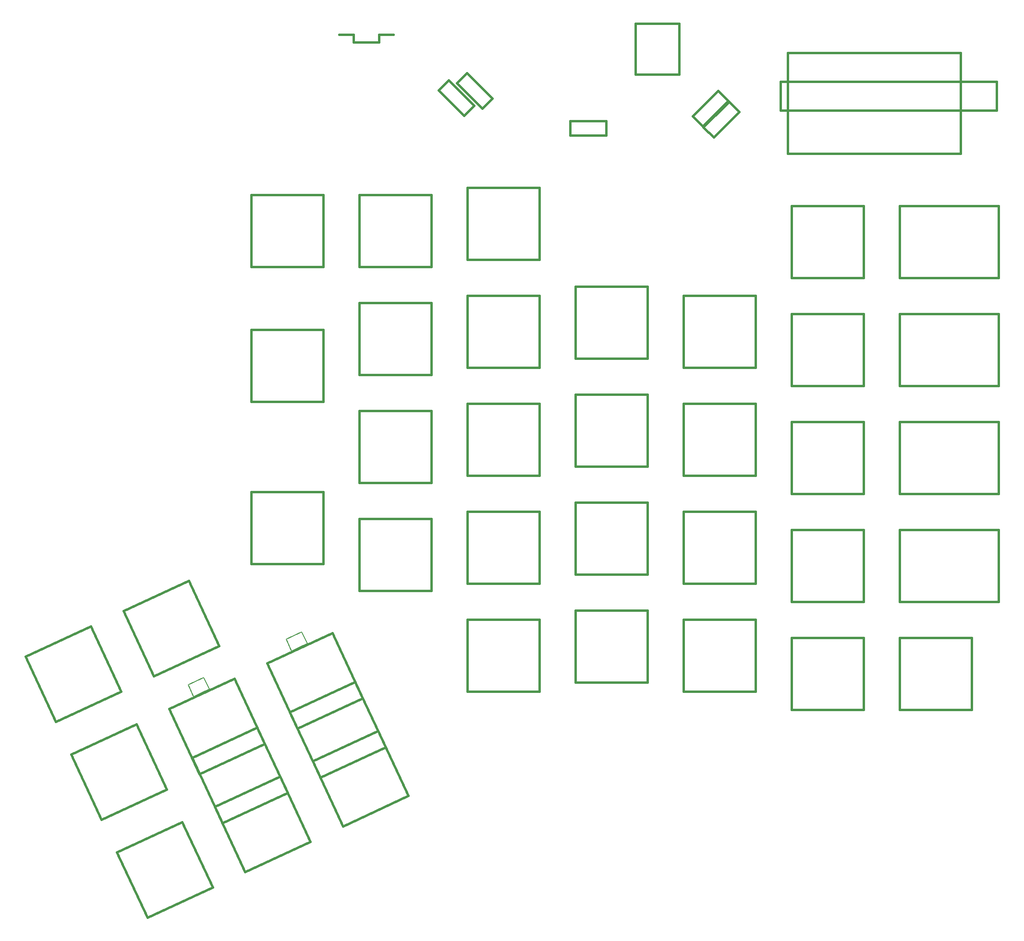
<source format=gbr>
%TF.GenerationSoftware,KiCad,Pcbnew,(6.0.5)*%
%TF.CreationDate,2022-05-21T18:25:29-06:00*%
%TF.ProjectId,ErgoDOX,4572676f-444f-4582-9e6b-696361645f70,rev?*%
%TF.SameCoordinates,Original*%
%TF.FileFunction,Other,Comment*%
%FSLAX46Y46*%
G04 Gerber Fmt 4.6, Leading zero omitted, Abs format (unit mm)*
G04 Created by KiCad (PCBNEW (6.0.5)) date 2022-05-21 18:25:29*
%MOMM*%
%LPD*%
G01*
G04 APERTURE LIST*
%ADD10C,0.381000*%
%ADD11C,0.203200*%
G04 APERTURE END LIST*
D10*
%TO.C,SW1:13*%
X180340000Y-149552660D02*
X180340000Y-136852660D01*
X193040000Y-149552660D02*
X180340000Y-149552660D01*
X193040000Y-136852660D02*
X193040000Y-149552660D01*
X180340000Y-136852660D02*
X193040000Y-136852660D01*
%TO.C,SW1:10*%
X123190000Y-132080000D02*
X135890000Y-132080000D01*
X135890000Y-132080000D02*
X135890000Y-144780000D01*
X135890000Y-144780000D02*
X123190000Y-144780000D01*
X123190000Y-144780000D02*
X123190000Y-132080000D01*
%TO.C,SW1:9*%
X104140000Y-133677660D02*
X116840000Y-133677660D01*
X104140000Y-146377660D02*
X104140000Y-133677660D01*
X116840000Y-133677660D02*
X116840000Y-146377660D01*
X116840000Y-146377660D02*
X104140000Y-146377660D01*
%TO.C,SW2:13*%
X197802500Y-117802660D02*
X197802500Y-130502660D01*
X180340000Y-130502660D02*
X180340000Y-117802660D01*
X197802500Y-130502660D02*
X180340000Y-130502660D01*
X180340000Y-117802660D02*
X197802500Y-117802660D01*
%TO.C,SW2:10*%
X123190000Y-113030000D02*
X135890000Y-113030000D01*
X135890000Y-113030000D02*
X135890000Y-125730000D01*
X123190000Y-125730000D02*
X123190000Y-113030000D01*
X135890000Y-125730000D02*
X123190000Y-125730000D01*
%TO.C,SW2:9*%
X116840000Y-127327660D02*
X104140000Y-127327660D01*
X104140000Y-127327660D02*
X104140000Y-114627660D01*
X116840000Y-114627660D02*
X116840000Y-127327660D01*
X104140000Y-114627660D02*
X116840000Y-114627660D01*
%TO.C,SW2:7*%
X66040000Y-123835160D02*
X66040000Y-111135160D01*
X66040000Y-111135160D02*
X78740000Y-111135160D01*
X78740000Y-123835160D02*
X66040000Y-123835160D01*
X78740000Y-111135160D02*
X78740000Y-123835160D01*
%TO.C,SW3:13*%
X197802500Y-111452660D02*
X180340000Y-111452660D01*
X180340000Y-98752660D02*
X197802500Y-98752660D01*
X180340000Y-111452660D02*
X180340000Y-98752660D01*
X197802500Y-98752660D02*
X197802500Y-111452660D01*
%TO.C,SW3:11*%
X154940000Y-95577660D02*
X154940000Y-108277660D01*
X154940000Y-108277660D02*
X142240000Y-108277660D01*
X142240000Y-95577660D02*
X154940000Y-95577660D01*
X142240000Y-108277660D02*
X142240000Y-95577660D01*
%TO.C,SW3:10*%
X135890000Y-106680000D02*
X123190000Y-106680000D01*
X123190000Y-106680000D02*
X123190000Y-93980000D01*
X135890000Y-93980000D02*
X135890000Y-106680000D01*
X123190000Y-93980000D02*
X135890000Y-93980000D01*
%TO.C,SW3:9*%
X104140000Y-95577660D02*
X116840000Y-95577660D01*
X116840000Y-95577660D02*
X116840000Y-108277660D01*
X116840000Y-108277660D02*
X104140000Y-108277660D01*
X104140000Y-108277660D02*
X104140000Y-95577660D01*
%TO.C,SW3:8*%
X85090000Y-96847660D02*
X97790000Y-96847660D01*
X85090000Y-109547660D02*
X85090000Y-96847660D01*
X97790000Y-96847660D02*
X97790000Y-109547660D01*
X97790000Y-109547660D02*
X85090000Y-109547660D01*
%TO.C,SW4:13*%
X180340000Y-79702660D02*
X197802500Y-79702660D01*
X180340000Y-92402660D02*
X180340000Y-79702660D01*
X197802500Y-79702660D02*
X197802500Y-92402660D01*
X197802500Y-92402660D02*
X180340000Y-92402660D01*
%TO.C,SW4:12*%
X161290000Y-79702660D02*
X173990000Y-79702660D01*
X173990000Y-79702660D02*
X173990000Y-92402660D01*
X173990000Y-92402660D02*
X161290000Y-92402660D01*
X161290000Y-92402660D02*
X161290000Y-79702660D01*
%TO.C,SW4:11*%
X154940000Y-76527660D02*
X154940000Y-89227660D01*
X142240000Y-76527660D02*
X154940000Y-76527660D01*
X154940000Y-89227660D02*
X142240000Y-89227660D01*
X142240000Y-89227660D02*
X142240000Y-76527660D01*
%TO.C,SW4:10*%
X135890000Y-87630000D02*
X123190000Y-87630000D01*
X135890000Y-74930000D02*
X135890000Y-87630000D01*
X123190000Y-74930000D02*
X135890000Y-74930000D01*
X123190000Y-87630000D02*
X123190000Y-74930000D01*
%TO.C,SW4:9*%
X104140000Y-89227660D02*
X104140000Y-76527660D01*
X116840000Y-76527660D02*
X116840000Y-89227660D01*
X104140000Y-76527660D02*
X116840000Y-76527660D01*
X116840000Y-89227660D02*
X104140000Y-89227660D01*
%TO.C,SW4:8*%
X97790000Y-90497660D02*
X85090000Y-90497660D01*
X97790000Y-77797660D02*
X97790000Y-90497660D01*
X85090000Y-90497660D02*
X85090000Y-77797660D01*
X85090000Y-77797660D02*
X97790000Y-77797660D01*
%TO.C,SW4:7*%
X78740000Y-82560160D02*
X78740000Y-95260160D01*
X78740000Y-95260160D02*
X66040000Y-95260160D01*
X66040000Y-95260160D02*
X66040000Y-82560160D01*
X66040000Y-82560160D02*
X78740000Y-82560160D01*
%TO.C,SW0:10*%
X89741540Y-156136908D02*
X78231432Y-161504160D01*
X72864180Y-149994052D02*
X84374288Y-144626800D01*
X78231432Y-161504160D02*
X72864180Y-149994052D01*
X84374288Y-144626800D02*
X89741540Y-156136908D01*
%TO.C,SW0:12*%
X47728572Y-186238680D02*
X42361320Y-174728572D01*
X42361320Y-174728572D02*
X53871428Y-169361320D01*
X59238680Y-180871428D02*
X47728572Y-186238680D01*
X53871428Y-169361320D02*
X59238680Y-180871428D01*
%TO.C,SW0:11*%
X55599800Y-158045852D02*
X67109908Y-152678600D01*
X72477160Y-164188708D02*
X60967052Y-169555960D01*
X67109908Y-152678600D02*
X72477160Y-164188708D01*
X60967052Y-169555960D02*
X55599800Y-158045852D01*
%TO.C,SW0:9*%
X51186880Y-163604508D02*
X39676772Y-168971760D01*
X34309520Y-157461652D02*
X45819628Y-152094400D01*
X45819628Y-152094400D02*
X51186880Y-163604508D01*
X39676772Y-168971760D02*
X34309520Y-157461652D01*
%TO.C,SW0:7*%
X37770368Y-134830020D02*
X43137620Y-146340128D01*
X31627512Y-151707380D02*
X26260260Y-140197272D01*
X43137620Y-146340128D02*
X31627512Y-151707380D01*
X26260260Y-140197272D02*
X37770368Y-134830020D01*
%TO.C,SW1:11*%
X142240000Y-133677660D02*
X154940000Y-133677660D01*
X154940000Y-146377660D02*
X142240000Y-146377660D01*
X154940000Y-133677660D02*
X154940000Y-146377660D01*
X142240000Y-146377660D02*
X142240000Y-133677660D01*
%TO.C,SW0:8*%
X43524640Y-132148012D02*
X55034748Y-126780760D01*
X60402000Y-138290868D02*
X48891892Y-143658120D01*
X48891892Y-143658120D02*
X43524640Y-132148012D01*
X55034748Y-126780760D02*
X60402000Y-138290868D01*
%TO.C,RC1*%
X122237500Y-48260000D02*
X122237500Y-45720000D01*
X128587500Y-48260000D02*
X122237500Y-48260000D01*
X128587500Y-45720000D02*
X128587500Y-48260000D01*
X122237500Y-45720000D02*
X128587500Y-45720000D01*
%TO.C,RA1*%
X145764410Y-46749538D02*
X150254538Y-42259410D01*
X152050590Y-44055462D02*
X147560462Y-48545590D01*
X150254538Y-42259410D02*
X152050590Y-44055462D01*
X147560462Y-48545590D02*
X145764410Y-46749538D01*
%TO.C,RB1*%
X143859410Y-44844538D02*
X148349538Y-40354410D01*
X145655462Y-46640590D02*
X143859410Y-44844538D01*
X150145590Y-42150462D02*
X145655462Y-46640590D01*
X148349538Y-40354410D02*
X150145590Y-42150462D01*
%TO.C,R1*%
X108553090Y-41669538D02*
X106757038Y-43465590D01*
X104062962Y-37179410D02*
X108553090Y-41669538D01*
X102266910Y-38975462D02*
X104062962Y-37179410D01*
X106757038Y-43465590D02*
X102266910Y-38975462D01*
%TO.C,J2*%
X84061300Y-31775400D02*
X84061300Y-30480000D01*
X81508600Y-30480000D02*
X84061300Y-30480000D01*
X88557100Y-31775400D02*
X84061300Y-31775400D01*
X88557100Y-30480000D02*
X88557100Y-31775400D01*
X88557100Y-30480000D02*
X91109800Y-30480000D01*
%TO.C,R2*%
X100887962Y-38449410D02*
X105378090Y-42939538D01*
X103582038Y-44735590D02*
X99091910Y-40245462D01*
X99091910Y-40245462D02*
X100887962Y-38449410D01*
X105378090Y-42939538D02*
X103582038Y-44735590D01*
%TO.C,J1*%
X141493240Y-28481020D02*
X141493240Y-37480240D01*
X133791960Y-37480240D02*
X133791960Y-28481020D01*
X141493240Y-37480240D02*
X133791960Y-37480240D01*
X133791960Y-28481020D02*
X141493240Y-28481020D01*
%TO.C,SW5:13*%
X180340000Y-60655200D02*
X197802500Y-60655200D01*
X197802500Y-60655200D02*
X197802500Y-73355200D01*
X197802500Y-73355200D02*
X180340000Y-73355200D01*
X180340000Y-73355200D02*
X180340000Y-60655200D01*
%TO.C,SW5:9*%
X104140000Y-57477660D02*
X116840000Y-57477660D01*
X116840000Y-70177660D02*
X104140000Y-70177660D01*
X104140000Y-70177660D02*
X104140000Y-57477660D01*
X116840000Y-57477660D02*
X116840000Y-70177660D01*
%TO.C,SW5:12*%
X173990000Y-73355200D02*
X161290000Y-73355200D01*
X173990000Y-60655200D02*
X173990000Y-73355200D01*
X161290000Y-60655200D02*
X173990000Y-60655200D01*
X161290000Y-73355200D02*
X161290000Y-60655200D01*
%TO.C,SW5:8*%
X97790000Y-58750200D02*
X97790000Y-71450200D01*
X85090000Y-58750200D02*
X97790000Y-58750200D01*
X97790000Y-71450200D02*
X85090000Y-71450200D01*
X85090000Y-71450200D02*
X85090000Y-58750200D01*
%TO.C,SW5:7*%
X66040000Y-58750200D02*
X78740000Y-58750200D01*
X66040000Y-71450200D02*
X66040000Y-58750200D01*
X78740000Y-71450200D02*
X66040000Y-71450200D01*
X78740000Y-58750200D02*
X78740000Y-71450200D01*
%TO.C,SW2:11*%
X154940000Y-114627660D02*
X154940000Y-127327660D01*
X154940000Y-127327660D02*
X142240000Y-127327660D01*
X142240000Y-114627660D02*
X154940000Y-114627660D01*
X142240000Y-127327660D02*
X142240000Y-114627660D01*
%TO.C,SW2:8*%
X85090000Y-128597660D02*
X85090000Y-115897660D01*
X97790000Y-128597660D02*
X85090000Y-128597660D01*
X85090000Y-115897660D02*
X97790000Y-115897660D01*
X97790000Y-115897660D02*
X97790000Y-128597660D01*
%TO.C,SW3:12*%
X173990000Y-98752660D02*
X173990000Y-111452660D01*
X173990000Y-111452660D02*
X161290000Y-111452660D01*
X161290000Y-98752660D02*
X173990000Y-98752660D01*
X161290000Y-111452660D02*
X161290000Y-98752660D01*
%TO.C,SW2:12*%
X161290000Y-117802660D02*
X173990000Y-117802660D01*
X161290000Y-130502660D02*
X161290000Y-117802660D01*
X173990000Y-117802660D02*
X173990000Y-130502660D01*
X173990000Y-130502660D02*
X161290000Y-130502660D01*
%TO.C,SW1:12*%
X173990000Y-149552660D02*
X161290000Y-149552660D01*
X161290000Y-149552660D02*
X161290000Y-136852660D01*
X173990000Y-136852660D02*
X173990000Y-149552660D01*
X161290000Y-136852660D02*
X173990000Y-136852660D01*
%TO.C,SX1:8*%
X85718180Y-147503448D02*
X74208072Y-152870700D01*
X80350928Y-135993340D02*
X85718180Y-147503448D01*
X68840820Y-141360592D02*
X80350928Y-135993340D01*
X74208072Y-152870700D02*
X68840820Y-141360592D01*
%TO.C,SX1:7*%
X63086548Y-144045140D02*
X68453800Y-155555248D01*
X51576440Y-149412392D02*
X63086548Y-144045140D01*
X68453800Y-155555248D02*
X56943692Y-160922500D01*
X56943692Y-160922500D02*
X51576440Y-149412392D01*
%TO.C,SX0:10*%
X93769980Y-164770368D02*
X82259872Y-170137620D01*
X88402728Y-153260260D02*
X93769980Y-164770368D01*
X76892620Y-158627512D02*
X88402728Y-153260260D01*
X82259872Y-170137620D02*
X76892620Y-158627512D01*
%TO.C,SX0:11*%
X71135808Y-161309520D02*
X76503060Y-172819628D01*
X59625700Y-166676772D02*
X71135808Y-161309520D01*
X64992952Y-178186880D02*
X59625700Y-166676772D01*
X76503060Y-172819628D02*
X64992952Y-178186880D01*
D11*
%TO.C,D1:8*%
X73160620Y-139205740D02*
X72194514Y-137133920D01*
X74956940Y-135845780D02*
X75923046Y-137917600D01*
X72194514Y-137133920D02*
X74956940Y-135845780D01*
X75923046Y-137917600D02*
X73160620Y-139205740D01*
%TO.C,D1:7*%
X57692560Y-143897580D02*
X58658666Y-145969400D01*
X54930134Y-145185720D02*
X57692560Y-143897580D01*
X58658666Y-145969400D02*
X55896240Y-147257540D01*
X55896240Y-147257540D02*
X54930134Y-145185720D01*
D10*
%TO.C,U1*%
X160655000Y-33655000D02*
X160655000Y-51435000D01*
X160655000Y-51435000D02*
X191135000Y-51435000D01*
X191135000Y-33655000D02*
X160655000Y-33655000D01*
X191135000Y-51435000D02*
X191135000Y-33655000D01*
%TO.C,U2*%
X159385000Y-43815000D02*
X197485000Y-43815000D01*
X197485000Y-38735000D02*
X159385000Y-38735000D01*
X159385000Y-38735000D02*
X159385000Y-43815000D01*
X197485000Y-43815000D02*
X197485000Y-38735000D01*
%TD*%
M02*

</source>
